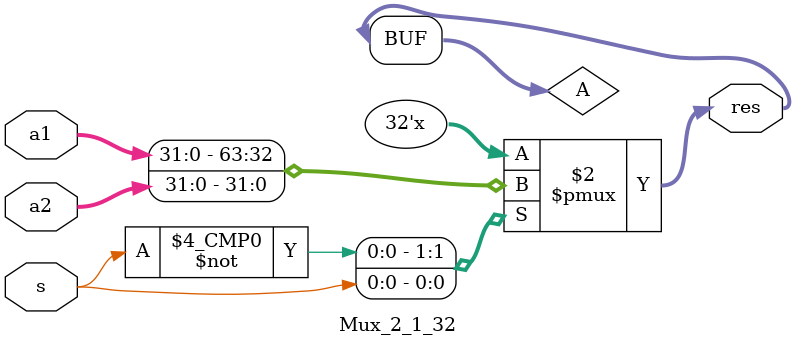
<source format=v>
module Mux_2_1_5 (a1, a2, s, res);  

    parameter N = 5;

    input [N-1 : 0] a1, a2;
    input s;
    output [N-1 : 0] res;

    reg [N-1 : 0] A;
    always @(*)
    begin
        case (s)
            1'b0 : A <= a1;
            1'b1 : A <= a2;
        endcase
    end
    
    assign res = A;

endmodule


module Mux_2_1_32 (a1, a2, s, res);  

    parameter N = 32;

    input [N-1 : 0] a1, a2;
    input s;
    output [N-1 : 0] res;

    reg [N-1 : 0] A;
    always @(*)
    begin
        case (s)
            1'b0 : A <= a1;
            1'b1 : A <= a2;
        endcase
    end
    
    assign res = A;

endmodule
</source>
